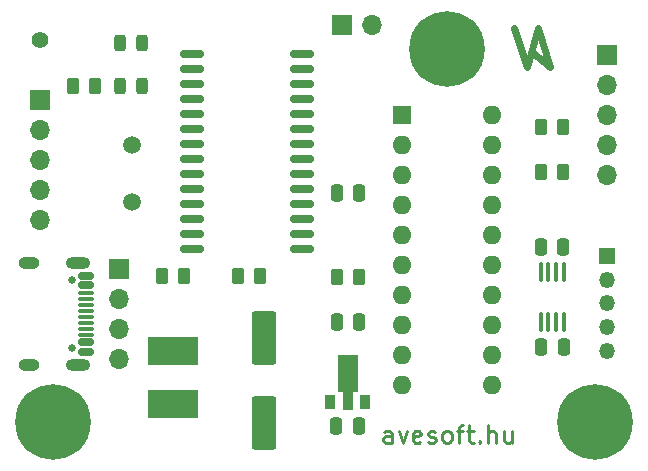
<source format=gbr>
G04 #@! TF.GenerationSoftware,KiCad,Pcbnew,7.0.11+1*
G04 #@! TF.CreationDate,2024-04-21T11:05:49+02:00*
G04 #@! TF.ProjectId,oprog_minimal,6f70726f-675f-46d6-996e-696d616c2e6b,rev?*
G04 #@! TF.SameCoordinates,PXa8d62b0PY5f13998*
G04 #@! TF.FileFunction,Soldermask,Top*
G04 #@! TF.FilePolarity,Negative*
%FSLAX46Y46*%
G04 Gerber Fmt 4.6, Leading zero omitted, Abs format (unit mm)*
G04 Created by KiCad (PCBNEW 7.0.11+1) date 2024-04-21 11:05:49*
%MOMM*%
%LPD*%
G01*
G04 APERTURE LIST*
G04 Aperture macros list*
%AMRoundRect*
0 Rectangle with rounded corners*
0 $1 Rounding radius*
0 $2 $3 $4 $5 $6 $7 $8 $9 X,Y pos of 4 corners*
0 Add a 4 corners polygon primitive as box body*
4,1,4,$2,$3,$4,$5,$6,$7,$8,$9,$2,$3,0*
0 Add four circle primitives for the rounded corners*
1,1,$1+$1,$2,$3*
1,1,$1+$1,$4,$5*
1,1,$1+$1,$6,$7*
1,1,$1+$1,$8,$9*
0 Add four rect primitives between the rounded corners*
20,1,$1+$1,$2,$3,$4,$5,0*
20,1,$1+$1,$4,$5,$6,$7,0*
20,1,$1+$1,$6,$7,$8,$9,0*
20,1,$1+$1,$8,$9,$2,$3,0*%
%AMFreePoly0*
4,1,9,3.862500,-0.866500,0.737500,-0.866500,0.737500,-0.450000,-0.737500,-0.450000,-0.737500,0.450000,0.737500,0.450000,0.737500,0.866500,3.862500,0.866500,3.862500,-0.866500,3.862500,-0.866500,$1*%
G04 Aperture macros list end*
%ADD10C,0.600000*%
%ADD11C,0.250000*%
%ADD12RoundRect,0.243750X-0.243750X-0.456250X0.243750X-0.456250X0.243750X0.456250X-0.243750X0.456250X0*%
%ADD13RoundRect,0.250000X-0.262500X-0.450000X0.262500X-0.450000X0.262500X0.450000X-0.262500X0.450000X0*%
%ADD14RoundRect,0.150000X-0.875000X-0.150000X0.875000X-0.150000X0.875000X0.150000X-0.875000X0.150000X0*%
%ADD15C,1.500000*%
%ADD16C,0.800000*%
%ADD17C,6.400000*%
%ADD18R,1.700000X1.700000*%
%ADD19O,1.700000X1.700000*%
%ADD20RoundRect,0.250000X0.250000X0.475000X-0.250000X0.475000X-0.250000X-0.475000X0.250000X-0.475000X0*%
%ADD21R,1.350000X1.350000*%
%ADD22O,1.350000X1.350000*%
%ADD23RoundRect,0.100000X0.100000X-0.712500X0.100000X0.712500X-0.100000X0.712500X-0.100000X-0.712500X0*%
%ADD24RoundRect,0.250000X-0.250000X-0.475000X0.250000X-0.475000X0.250000X0.475000X-0.250000X0.475000X0*%
%ADD25RoundRect,0.250000X0.262500X0.450000X-0.262500X0.450000X-0.262500X-0.450000X0.262500X-0.450000X0*%
%ADD26R,1.600000X1.600000*%
%ADD27O,1.600000X1.600000*%
%ADD28R,4.200000X2.400000*%
%ADD29RoundRect,0.250001X0.799999X-1.999999X0.799999X1.999999X-0.799999X1.999999X-0.799999X-1.999999X0*%
%ADD30R,0.900000X1.300000*%
%ADD31FreePoly0,90.000000*%
%ADD32C,1.400000*%
%ADD33O,1.800000X1.000000*%
%ADD34O,2.100000X1.000000*%
%ADD35RoundRect,0.150000X-0.525000X0.150000X-0.525000X-0.150000X0.525000X-0.150000X0.525000X0.150000X0*%
%ADD36RoundRect,0.075000X-0.600000X0.075000X-0.600000X-0.075000X0.600000X-0.075000X0.600000X0.075000X0*%
%ADD37C,0.650000*%
G04 APERTURE END LIST*
D10*
X43751500Y-5080000D02*
X44704000Y-1778000D01*
X44704000Y-1778000D02*
X45720000Y-5080000D01*
X42672000Y-1778000D02*
X43751500Y-5080000D01*
X45720000Y-5080000D02*
X44196000Y-3810000D01*
D11*
X32283200Y-36875928D02*
X32283200Y-36090214D01*
X32283200Y-36090214D02*
X32211771Y-35947357D01*
X32211771Y-35947357D02*
X32068914Y-35875928D01*
X32068914Y-35875928D02*
X31783200Y-35875928D01*
X31783200Y-35875928D02*
X31640342Y-35947357D01*
X32283200Y-36804500D02*
X32140342Y-36875928D01*
X32140342Y-36875928D02*
X31783200Y-36875928D01*
X31783200Y-36875928D02*
X31640342Y-36804500D01*
X31640342Y-36804500D02*
X31568914Y-36661642D01*
X31568914Y-36661642D02*
X31568914Y-36518785D01*
X31568914Y-36518785D02*
X31640342Y-36375928D01*
X31640342Y-36375928D02*
X31783200Y-36304500D01*
X31783200Y-36304500D02*
X32140342Y-36304500D01*
X32140342Y-36304500D02*
X32283200Y-36233071D01*
X32854628Y-35875928D02*
X33211771Y-36875928D01*
X33211771Y-36875928D02*
X33568914Y-35875928D01*
X34711771Y-36804500D02*
X34568914Y-36875928D01*
X34568914Y-36875928D02*
X34283200Y-36875928D01*
X34283200Y-36875928D02*
X34140342Y-36804500D01*
X34140342Y-36804500D02*
X34068914Y-36661642D01*
X34068914Y-36661642D02*
X34068914Y-36090214D01*
X34068914Y-36090214D02*
X34140342Y-35947357D01*
X34140342Y-35947357D02*
X34283200Y-35875928D01*
X34283200Y-35875928D02*
X34568914Y-35875928D01*
X34568914Y-35875928D02*
X34711771Y-35947357D01*
X34711771Y-35947357D02*
X34783200Y-36090214D01*
X34783200Y-36090214D02*
X34783200Y-36233071D01*
X34783200Y-36233071D02*
X34068914Y-36375928D01*
X35354628Y-36804500D02*
X35497485Y-36875928D01*
X35497485Y-36875928D02*
X35783199Y-36875928D01*
X35783199Y-36875928D02*
X35926056Y-36804500D01*
X35926056Y-36804500D02*
X35997485Y-36661642D01*
X35997485Y-36661642D02*
X35997485Y-36590214D01*
X35997485Y-36590214D02*
X35926056Y-36447357D01*
X35926056Y-36447357D02*
X35783199Y-36375928D01*
X35783199Y-36375928D02*
X35568914Y-36375928D01*
X35568914Y-36375928D02*
X35426056Y-36304500D01*
X35426056Y-36304500D02*
X35354628Y-36161642D01*
X35354628Y-36161642D02*
X35354628Y-36090214D01*
X35354628Y-36090214D02*
X35426056Y-35947357D01*
X35426056Y-35947357D02*
X35568914Y-35875928D01*
X35568914Y-35875928D02*
X35783199Y-35875928D01*
X35783199Y-35875928D02*
X35926056Y-35947357D01*
X36854628Y-36875928D02*
X36711771Y-36804500D01*
X36711771Y-36804500D02*
X36640342Y-36733071D01*
X36640342Y-36733071D02*
X36568914Y-36590214D01*
X36568914Y-36590214D02*
X36568914Y-36161642D01*
X36568914Y-36161642D02*
X36640342Y-36018785D01*
X36640342Y-36018785D02*
X36711771Y-35947357D01*
X36711771Y-35947357D02*
X36854628Y-35875928D01*
X36854628Y-35875928D02*
X37068914Y-35875928D01*
X37068914Y-35875928D02*
X37211771Y-35947357D01*
X37211771Y-35947357D02*
X37283200Y-36018785D01*
X37283200Y-36018785D02*
X37354628Y-36161642D01*
X37354628Y-36161642D02*
X37354628Y-36590214D01*
X37354628Y-36590214D02*
X37283200Y-36733071D01*
X37283200Y-36733071D02*
X37211771Y-36804500D01*
X37211771Y-36804500D02*
X37068914Y-36875928D01*
X37068914Y-36875928D02*
X36854628Y-36875928D01*
X37783200Y-35875928D02*
X38354628Y-35875928D01*
X37997485Y-36875928D02*
X37997485Y-35590214D01*
X37997485Y-35590214D02*
X38068914Y-35447357D01*
X38068914Y-35447357D02*
X38211771Y-35375928D01*
X38211771Y-35375928D02*
X38354628Y-35375928D01*
X38640343Y-35875928D02*
X39211771Y-35875928D01*
X38854628Y-35375928D02*
X38854628Y-36661642D01*
X38854628Y-36661642D02*
X38926057Y-36804500D01*
X38926057Y-36804500D02*
X39068914Y-36875928D01*
X39068914Y-36875928D02*
X39211771Y-36875928D01*
X39711771Y-36733071D02*
X39783200Y-36804500D01*
X39783200Y-36804500D02*
X39711771Y-36875928D01*
X39711771Y-36875928D02*
X39640343Y-36804500D01*
X39640343Y-36804500D02*
X39711771Y-36733071D01*
X39711771Y-36733071D02*
X39711771Y-36875928D01*
X40426057Y-36875928D02*
X40426057Y-35375928D01*
X41068915Y-36875928D02*
X41068915Y-36090214D01*
X41068915Y-36090214D02*
X40997486Y-35947357D01*
X40997486Y-35947357D02*
X40854629Y-35875928D01*
X40854629Y-35875928D02*
X40640343Y-35875928D01*
X40640343Y-35875928D02*
X40497486Y-35947357D01*
X40497486Y-35947357D02*
X40426057Y-36018785D01*
X42426058Y-35875928D02*
X42426058Y-36875928D01*
X41783200Y-35875928D02*
X41783200Y-36661642D01*
X41783200Y-36661642D02*
X41854629Y-36804500D01*
X41854629Y-36804500D02*
X41997486Y-36875928D01*
X41997486Y-36875928D02*
X42211772Y-36875928D01*
X42211772Y-36875928D02*
X42354629Y-36804500D01*
X42354629Y-36804500D02*
X42426058Y-36733071D01*
D12*
X9298700Y-3048000D03*
X11173700Y-3048000D03*
X9298700Y-6654800D03*
X11173700Y-6654800D03*
D13*
X5310500Y-6629400D03*
X7135500Y-6629400D03*
D14*
X15339800Y-3962400D03*
X15339800Y-5232400D03*
X15339800Y-6502400D03*
X15339800Y-7772400D03*
X15339800Y-9042400D03*
X15339800Y-10312400D03*
X15339800Y-11582400D03*
X15339800Y-12852400D03*
X15339800Y-14122400D03*
X15339800Y-15392400D03*
X15339800Y-16662400D03*
X15339800Y-17932400D03*
X15339800Y-19202400D03*
X15339800Y-20472400D03*
X24639800Y-20472400D03*
X24639800Y-19202400D03*
X24639800Y-17932400D03*
X24639800Y-16662400D03*
X24639800Y-15392400D03*
X24639800Y-14122400D03*
X24639800Y-12852400D03*
X24639800Y-11582400D03*
X24639800Y-10312400D03*
X24639800Y-9042400D03*
X24639800Y-7772400D03*
X24639800Y-6502400D03*
X24639800Y-5232400D03*
X24639800Y-3962400D03*
D15*
X10287000Y-11633200D03*
X10287000Y-16513200D03*
D16*
X1219500Y-35115500D03*
X1922444Y-33418444D03*
X1922444Y-36812556D03*
X3619500Y-32715500D03*
D17*
X3619500Y-35115500D03*
D16*
X3619500Y-37515500D03*
X5316556Y-33418444D03*
X5316556Y-36812556D03*
X6019500Y-35115500D03*
D18*
X9194800Y-22161500D03*
D19*
X9194800Y-24701500D03*
X9194800Y-27241500D03*
X9194800Y-29781500D03*
D20*
X29525000Y-15748000D03*
X27625000Y-15748000D03*
D21*
X50546000Y-21082000D03*
D22*
X50546000Y-23082000D03*
X50546000Y-25082000D03*
X50546000Y-27082000D03*
X50546000Y-29082000D03*
D20*
X29501900Y-35433000D03*
X27601900Y-35433000D03*
D16*
X47066500Y-35115500D03*
X47769444Y-33418444D03*
X47769444Y-36812556D03*
X49466500Y-32715500D03*
D17*
X49466500Y-35115500D03*
D16*
X49466500Y-37515500D03*
X51163556Y-33418444D03*
X51163556Y-36812556D03*
X51866500Y-35115500D03*
D23*
X44881800Y-26633300D03*
X45531800Y-26633300D03*
X46181800Y-26633300D03*
X46831800Y-26633300D03*
X46831800Y-22408300D03*
X46181800Y-22408300D03*
X45531800Y-22408300D03*
X44881800Y-22408300D03*
D24*
X44922400Y-28752800D03*
X46822400Y-28752800D03*
X44897000Y-20294600D03*
X46797000Y-20294600D03*
D25*
X21105500Y-22796500D03*
X19280500Y-22796500D03*
X46759500Y-10109200D03*
X44934500Y-10109200D03*
D13*
X44936800Y-13970000D03*
X46761800Y-13970000D03*
D26*
X33147000Y-9144000D03*
D27*
X33147000Y-11684000D03*
X33147000Y-14224000D03*
X33147000Y-16764000D03*
X33147000Y-19304000D03*
X33147000Y-21844000D03*
X33147000Y-24384000D03*
X33147000Y-26924000D03*
X33147000Y-29464000D03*
X33147000Y-32004000D03*
X40767000Y-32004000D03*
X40767000Y-29464000D03*
X40767000Y-26924000D03*
X40767000Y-24384000D03*
X40767000Y-21844000D03*
X40767000Y-19304000D03*
X40767000Y-16764000D03*
X40767000Y-14224000D03*
X40767000Y-11684000D03*
X40767000Y-9144000D03*
D28*
X13766800Y-33619000D03*
X13766800Y-29119000D03*
D25*
X14679300Y-22783800D03*
X12854300Y-22783800D03*
D29*
X21463000Y-35223000D03*
X21463000Y-28023000D03*
D30*
X27049600Y-33446000D03*
D31*
X28549600Y-33358500D03*
D30*
X30049600Y-33446000D03*
D18*
X28067000Y-1524000D03*
D19*
X30607000Y-1524000D03*
D16*
X34557000Y-3556000D03*
X35259944Y-1858944D03*
X35259944Y-5253056D03*
X36957000Y-1156000D03*
D17*
X36957000Y-3556000D03*
D16*
X36957000Y-5956000D03*
X38654056Y-1858944D03*
X38654056Y-5253056D03*
X39357000Y-3556000D03*
D18*
X50546000Y-4064000D03*
D19*
X50546000Y-6604000D03*
X50546000Y-9144000D03*
X50546000Y-11684000D03*
X50546000Y-14224000D03*
D18*
X2540000Y-7874000D03*
D19*
X2540000Y-10414000D03*
X2540000Y-12954000D03*
X2540000Y-15494000D03*
X2540000Y-18034000D03*
D13*
X27662500Y-22809200D03*
X29487500Y-22809200D03*
D20*
X29525000Y-26644600D03*
X27625000Y-26644600D03*
D32*
X2540000Y-2794000D03*
D33*
X1541200Y-30278800D03*
D34*
X5721200Y-30278800D03*
D33*
X1541200Y-21638800D03*
D34*
X5721200Y-21638800D03*
D35*
X6396200Y-22758800D03*
X6396200Y-23558800D03*
D36*
X6396200Y-24208800D03*
X6396200Y-25208800D03*
X6396200Y-26708800D03*
X6396200Y-27708800D03*
D35*
X6396200Y-28358800D03*
X6396200Y-29158800D03*
X6396200Y-29158800D03*
X6396200Y-28358800D03*
D36*
X6396200Y-27208800D03*
X6396200Y-26208800D03*
X6396200Y-25708800D03*
X6396200Y-24708800D03*
D35*
X6396200Y-23558800D03*
X6396200Y-22758800D03*
D37*
X5221200Y-28848800D03*
X5221200Y-23068800D03*
M02*

</source>
